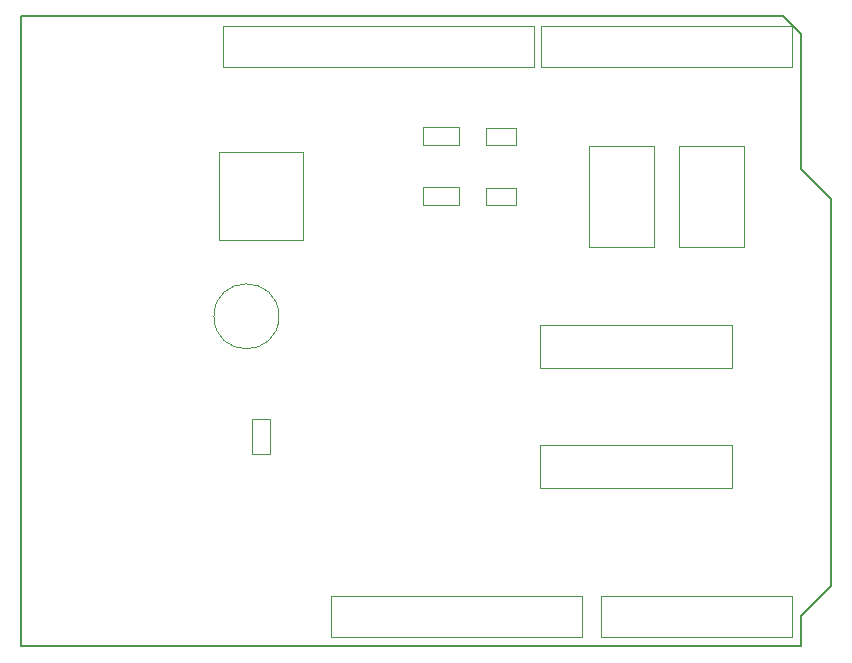
<source format=gbr>
%TF.GenerationSoftware,KiCad,Pcbnew,(6.0.2-0)*%
%TF.CreationDate,2022-05-07T22:45:41-07:00*%
%TF.ProjectId,cpe301d_kicad_David_Nakasone,63706533-3031-4645-9f6b-696361645f44,rev?*%
%TF.SameCoordinates,Original*%
%TF.FileFunction,Other,User*%
%FSLAX46Y46*%
G04 Gerber Fmt 4.6, Leading zero omitted, Abs format (unit mm)*
G04 Created by KiCad (PCBNEW (6.0.2-0)) date 2022-05-07 22:45:41*
%MOMM*%
%LPD*%
G01*
G04 APERTURE LIST*
%TA.AperFunction,Profile*%
%ADD10C,0.150000*%
%TD*%
%ADD11C,0.050000*%
G04 APERTURE END LIST*
D10*
X179578000Y-88519000D02*
X177038000Y-85979000D01*
X177038000Y-126365000D02*
X177038000Y-123825000D01*
X177038000Y-74549000D02*
X175514000Y-73025000D01*
X177038000Y-123825000D02*
X179578000Y-121285000D01*
X110998000Y-73025000D02*
X110998000Y-126365000D01*
X179578000Y-121285000D02*
X179578000Y-88519000D01*
X110998000Y-126365000D02*
X177038000Y-126365000D01*
X175514000Y-73025000D02*
X110998000Y-73025000D01*
X177038000Y-85979000D02*
X177038000Y-74549000D01*
D11*
%TO.C,P1*%
X137188000Y-122075000D02*
X158488000Y-122075000D01*
X137188000Y-122075000D02*
X137188000Y-125575000D01*
X158488000Y-122075000D02*
X158488000Y-125575000D01*
X137188000Y-125575000D02*
X158488000Y-125575000D01*
%TO.C,P2*%
X160048000Y-125575000D02*
X176248000Y-125575000D01*
X176248000Y-122075000D02*
X176248000Y-125575000D01*
X160048000Y-122075000D02*
X176248000Y-122075000D01*
X160048000Y-122075000D02*
X160048000Y-125575000D01*
%TO.C,P3*%
X128044000Y-77315000D02*
X154444000Y-77315000D01*
X154444000Y-73815000D02*
X154444000Y-77315000D01*
X128044000Y-73815000D02*
X154444000Y-73815000D01*
X128044000Y-73815000D02*
X128044000Y-77315000D01*
%TO.C,P4*%
X154968000Y-73815000D02*
X154968000Y-77315000D01*
X154968000Y-77315000D02*
X176268000Y-77315000D01*
X154968000Y-73815000D02*
X176268000Y-73815000D01*
X176268000Y-73815000D02*
X176268000Y-77315000D01*
%TO.C,J2*%
X154918000Y-102765000D02*
X171218000Y-102765000D01*
X154918000Y-99165000D02*
X154918000Y-102765000D01*
X171218000Y-99165000D02*
X154918000Y-99165000D01*
X171218000Y-102765000D02*
X171218000Y-99165000D01*
%TO.C,R3*%
X145050000Y-89026000D02*
X148066000Y-89026000D01*
X145050000Y-87504000D02*
X148066000Y-87504000D01*
X148066000Y-89026000D02*
X148066000Y-87504000D01*
X145050000Y-89026000D02*
X145050000Y-87504000D01*
%TO.C,J1*%
X171218000Y-112925000D02*
X171218000Y-109325000D01*
X171218000Y-109325000D02*
X154918000Y-109325000D01*
X154918000Y-109325000D02*
X154918000Y-112925000D01*
X154918000Y-112925000D02*
X171218000Y-112925000D01*
%TO.C,D1*%
X150388000Y-83895000D02*
X150388000Y-82475000D01*
X150528000Y-83895000D02*
X150388000Y-83895000D01*
X152748000Y-83895000D02*
X150528000Y-83895000D01*
X152748000Y-83895000D02*
X152888000Y-83895000D01*
X152748000Y-82475000D02*
X152888000Y-82475000D01*
X150528000Y-82475000D02*
X150388000Y-82475000D01*
X152888000Y-82475000D02*
X152888000Y-83895000D01*
X150528000Y-82475000D02*
X152748000Y-82475000D01*
%TO.C,D2*%
X152888000Y-87555000D02*
X152888000Y-88975000D01*
X150388000Y-88975000D02*
X150388000Y-87555000D01*
X150528000Y-88975000D02*
X150388000Y-88975000D01*
X152748000Y-87555000D02*
X152888000Y-87555000D01*
X150528000Y-87555000D02*
X150388000Y-87555000D01*
X152748000Y-88975000D02*
X152888000Y-88975000D01*
X152748000Y-88975000D02*
X150528000Y-88975000D01*
X150528000Y-87555000D02*
X152748000Y-87555000D01*
%TO.C,R2*%
X145050000Y-83946000D02*
X148066000Y-83946000D01*
X145050000Y-83946000D02*
X145050000Y-82424000D01*
X145050000Y-82424000D02*
X148066000Y-82424000D01*
X148066000Y-83946000D02*
X148066000Y-82424000D01*
%TO.C,C1*%
X132818000Y-98425000D02*
G75*
G03*
X132818000Y-98425000I-2750000J0D01*
G01*
%TO.C,S2*%
X164548000Y-92515000D02*
X164548000Y-84015000D01*
X159048000Y-84015000D02*
X159048000Y-92515000D01*
X164548000Y-84015000D02*
X159048000Y-84015000D01*
X159048000Y-92515000D02*
X164548000Y-92515000D01*
%TO.C,S1*%
X172168000Y-92515000D02*
X172168000Y-84015000D01*
X166668000Y-92515000D02*
X172168000Y-92515000D01*
X172168000Y-84015000D02*
X166668000Y-84015000D01*
X166668000Y-84015000D02*
X166668000Y-92515000D01*
%TO.C,R1*%
X132079000Y-110093000D02*
X130557000Y-110093000D01*
X130557000Y-110093000D02*
X130557000Y-107077000D01*
X132079000Y-110093000D02*
X132079000Y-107077000D01*
X132079000Y-107077000D02*
X130557000Y-107077000D01*
%TO.C,VR1*%
X134868000Y-91985000D02*
X127768000Y-91985000D01*
X127768000Y-84485000D02*
X134868000Y-84485000D01*
X134868000Y-84485000D02*
X134868000Y-91985000D01*
X127768000Y-91985000D02*
X127768000Y-84485000D01*
%TD*%
M02*

</source>
